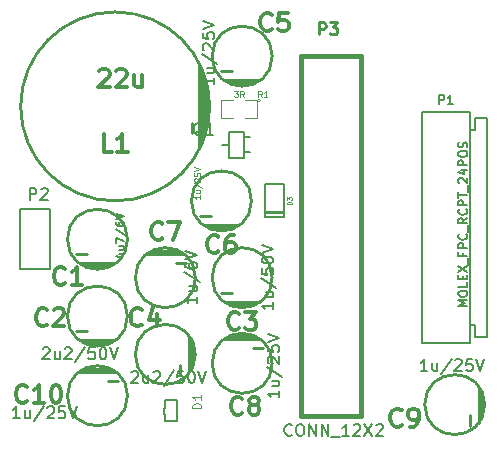
<source format=gto>
G04 (created by PCBNEW (2013-07-07 BZR 4022)-stable) date 16.5.2014 14:16:54*
%MOIN*%
G04 Gerber Fmt 3.4, Leading zero omitted, Abs format*
%FSLAX34Y34*%
G01*
G70*
G90*
G04 APERTURE LIST*
%ADD10C,0.00590551*%
%ADD11C,0.005*%
%ADD12C,0.006*%
%ADD13C,0.015*%
%ADD14C,0.0039*%
%ADD15C,0.01*%
%ADD16C,0.00787402*%
%ADD17C,0.0108*%
%ADD18C,0.0043*%
%ADD19C,0.012*%
%ADD20C,0.00492126*%
%ADD21C,0.00688976*%
%ADD22C,0.00393701*%
G04 APERTURE END LIST*
G54D10*
G54D11*
X33166Y-28938D02*
X33166Y-29188D01*
X33166Y-29188D02*
X33566Y-29188D01*
X33566Y-28488D02*
X33166Y-28488D01*
X33166Y-28488D02*
X33166Y-28738D01*
X33116Y-28938D02*
X33166Y-28938D01*
X33166Y-28738D02*
X33116Y-28738D01*
X33566Y-29188D02*
X33566Y-28488D01*
X33116Y-28738D02*
X33116Y-28938D01*
X35276Y-19980D02*
X35056Y-19980D01*
X35786Y-19725D02*
X36006Y-19725D01*
X35786Y-20235D02*
X36006Y-20235D01*
X35276Y-20415D02*
X35276Y-19545D01*
X35276Y-19545D02*
X35786Y-19545D01*
X35786Y-19545D02*
X35786Y-20415D01*
X35786Y-20415D02*
X35276Y-20415D01*
G54D12*
X29338Y-24129D02*
X28338Y-24129D01*
X28338Y-24129D02*
X28338Y-22129D01*
X28338Y-22129D02*
X29338Y-22129D01*
X29338Y-22129D02*
X29338Y-24129D01*
G54D13*
X39681Y-17031D02*
X37681Y-17031D01*
X37681Y-17031D02*
X37681Y-29031D01*
X37681Y-29031D02*
X39681Y-29031D01*
X39681Y-29031D02*
X39681Y-17031D01*
G54D10*
X43307Y-25984D02*
X43503Y-25984D01*
X43503Y-25984D02*
X43503Y-26377D01*
X43503Y-26377D02*
X43897Y-26377D01*
X43897Y-26377D02*
X43897Y-19094D01*
X43897Y-19094D02*
X43700Y-19094D01*
X43700Y-19094D02*
X43503Y-19094D01*
X43503Y-19094D02*
X43503Y-19488D01*
X43503Y-19488D02*
X43307Y-19488D01*
X41732Y-25000D02*
X41732Y-18897D01*
X41732Y-25000D02*
X41732Y-26574D01*
X41732Y-18897D02*
X43307Y-18897D01*
X43307Y-18897D02*
X43307Y-20275D01*
X41732Y-26574D02*
X43307Y-26574D01*
X43307Y-26574D02*
X43307Y-20275D01*
G54D14*
X36329Y-18499D02*
G75*
G03X36329Y-18499I-50J0D01*
G74*
G01*
X35829Y-18499D02*
X36229Y-18499D01*
X36229Y-18499D02*
X36229Y-19099D01*
X36229Y-19099D02*
X35829Y-19099D01*
X35429Y-19099D02*
X35029Y-19099D01*
X35029Y-19099D02*
X35029Y-18499D01*
X35029Y-18499D02*
X35429Y-18499D01*
G54D15*
X35378Y-17527D02*
X35028Y-17527D01*
X35328Y-17927D02*
X36128Y-17927D01*
X36128Y-17927D02*
X36128Y-17877D01*
X36128Y-17877D02*
X35328Y-17877D01*
X36328Y-17827D02*
X35128Y-17827D01*
X36728Y-17027D02*
G75*
G03X36728Y-17027I-1000J0D01*
G74*
G01*
X34689Y-22350D02*
X34339Y-22350D01*
X34639Y-22750D02*
X35439Y-22750D01*
X35439Y-22750D02*
X35439Y-22700D01*
X35439Y-22700D02*
X34639Y-22700D01*
X35639Y-22650D02*
X34439Y-22650D01*
X36039Y-21850D02*
G75*
G03X36039Y-21850I-1000J0D01*
G74*
G01*
X33519Y-23909D02*
X33869Y-23909D01*
X33569Y-23509D02*
X32769Y-23509D01*
X32769Y-23509D02*
X32769Y-23559D01*
X32769Y-23559D02*
X33569Y-23559D01*
X32569Y-23609D02*
X33769Y-23609D01*
X34169Y-24409D02*
G75*
G03X34169Y-24409I-1000J0D01*
G74*
G01*
X36078Y-26763D02*
X36428Y-26763D01*
X36128Y-26363D02*
X35328Y-26363D01*
X35328Y-26363D02*
X35328Y-26413D01*
X35328Y-26413D02*
X36128Y-26413D01*
X35128Y-26463D02*
X36328Y-26463D01*
X36728Y-27263D02*
G75*
G03X36728Y-27263I-1000J0D01*
G74*
G01*
X43314Y-28991D02*
X43314Y-29341D01*
X43714Y-29041D02*
X43714Y-28241D01*
X43714Y-28241D02*
X43664Y-28241D01*
X43664Y-28241D02*
X43664Y-29041D01*
X43614Y-28041D02*
X43614Y-29241D01*
X43814Y-28641D02*
G75*
G03X43814Y-28641I-1000J0D01*
G74*
G01*
X31255Y-27846D02*
X31605Y-27846D01*
X31305Y-27446D02*
X30505Y-27446D01*
X30505Y-27446D02*
X30505Y-27496D01*
X30505Y-27496D02*
X31305Y-27496D01*
X30305Y-27546D02*
X31505Y-27546D01*
X31905Y-28346D02*
G75*
G03X31905Y-28346I-1000J0D01*
G74*
G01*
X30555Y-23629D02*
X30205Y-23629D01*
X30505Y-24029D02*
X31305Y-24029D01*
X31305Y-24029D02*
X31305Y-23979D01*
X31305Y-23979D02*
X30505Y-23979D01*
X31505Y-23929D02*
X30305Y-23929D01*
X31905Y-23129D02*
G75*
G03X31905Y-23129I-1000J0D01*
G74*
G01*
X30555Y-26188D02*
X30205Y-26188D01*
X30505Y-26588D02*
X31305Y-26588D01*
X31305Y-26588D02*
X31305Y-26538D01*
X31305Y-26538D02*
X30505Y-26538D01*
X31505Y-26488D02*
X30305Y-26488D01*
X31905Y-25688D02*
G75*
G03X31905Y-25688I-1000J0D01*
G74*
G01*
X33669Y-27318D02*
X33669Y-27668D01*
X34069Y-27368D02*
X34069Y-26568D01*
X34069Y-26568D02*
X34019Y-26568D01*
X34019Y-26568D02*
X34019Y-27368D01*
X33969Y-26368D02*
X33969Y-27568D01*
X34169Y-26968D02*
G75*
G03X34169Y-26968I-1000J0D01*
G74*
G01*
X35378Y-24909D02*
X35028Y-24909D01*
X35328Y-25309D02*
X36128Y-25309D01*
X36128Y-25309D02*
X36128Y-25259D01*
X36128Y-25259D02*
X35328Y-25259D01*
X36328Y-25209D02*
X35128Y-25209D01*
X36728Y-24409D02*
G75*
G03X36728Y-24409I-1000J0D01*
G74*
G01*
X34296Y-17350D02*
X34546Y-18200D01*
X34296Y-20000D02*
X34446Y-19550D01*
X34646Y-18700D02*
G75*
G03X34646Y-18700I-3150J0D01*
G74*
G01*
X34446Y-17900D02*
X34446Y-19500D01*
X34346Y-19850D02*
X34346Y-17600D01*
X34346Y-17600D02*
X34346Y-17950D01*
X34596Y-19250D02*
X34596Y-18200D01*
X34496Y-17850D02*
X34496Y-19550D01*
X34396Y-19800D02*
X34396Y-17600D01*
X34396Y-17600D02*
X34396Y-17650D01*
X34296Y-20100D02*
X34296Y-17300D01*
X34046Y-19250D02*
X34046Y-19600D01*
G54D11*
X36496Y-22204D02*
X37126Y-22204D01*
X37126Y-22244D02*
X36496Y-22244D01*
X37126Y-21299D02*
X37126Y-22401D01*
X37126Y-22401D02*
X36496Y-22401D01*
X36496Y-22401D02*
X36496Y-21299D01*
X36496Y-21299D02*
X37126Y-21299D01*
G54D14*
X34373Y-28764D02*
X34073Y-28764D01*
X34073Y-28693D01*
X34087Y-28650D01*
X34116Y-28621D01*
X34144Y-28607D01*
X34201Y-28593D01*
X34244Y-28593D01*
X34301Y-28607D01*
X34330Y-28621D01*
X34359Y-28650D01*
X34373Y-28693D01*
X34373Y-28764D01*
X34373Y-28307D02*
X34373Y-28479D01*
X34373Y-28393D02*
X34073Y-28393D01*
X34116Y-28421D01*
X34144Y-28450D01*
X34159Y-28479D01*
G54D16*
X34411Y-19685D02*
X34373Y-19666D01*
X34336Y-19628D01*
X34280Y-19572D01*
X34242Y-19553D01*
X34205Y-19553D01*
X34223Y-19647D02*
X34186Y-19628D01*
X34148Y-19591D01*
X34130Y-19516D01*
X34130Y-19385D01*
X34148Y-19310D01*
X34186Y-19272D01*
X34223Y-19253D01*
X34298Y-19253D01*
X34336Y-19272D01*
X34373Y-19310D01*
X34392Y-19385D01*
X34392Y-19516D01*
X34373Y-19591D01*
X34336Y-19628D01*
X34298Y-19647D01*
X34223Y-19647D01*
X34767Y-19647D02*
X34542Y-19647D01*
X34655Y-19647D02*
X34655Y-19253D01*
X34617Y-19310D01*
X34580Y-19347D01*
X34542Y-19366D01*
X28646Y-21812D02*
X28646Y-21419D01*
X28796Y-21419D01*
X28833Y-21437D01*
X28852Y-21456D01*
X28871Y-21494D01*
X28871Y-21550D01*
X28852Y-21587D01*
X28833Y-21606D01*
X28796Y-21625D01*
X28646Y-21625D01*
X29021Y-21456D02*
X29040Y-21437D01*
X29077Y-21419D01*
X29171Y-21419D01*
X29208Y-21437D01*
X29227Y-21456D01*
X29246Y-21494D01*
X29246Y-21531D01*
X29227Y-21587D01*
X29002Y-21812D01*
X29246Y-21812D01*
G54D15*
X38287Y-16303D02*
X38287Y-15903D01*
X38439Y-15903D01*
X38477Y-15922D01*
X38496Y-15941D01*
X38516Y-15979D01*
X38516Y-16036D01*
X38496Y-16075D01*
X38477Y-16094D01*
X38439Y-16113D01*
X38287Y-16113D01*
X38649Y-15903D02*
X38896Y-15903D01*
X38763Y-16056D01*
X38820Y-16056D01*
X38858Y-16075D01*
X38877Y-16094D01*
X38896Y-16132D01*
X38896Y-16227D01*
X38877Y-16265D01*
X38858Y-16284D01*
X38820Y-16303D01*
X38706Y-16303D01*
X38668Y-16284D01*
X38649Y-16265D01*
G54D17*
G54D16*
X37382Y-29649D02*
X37364Y-29668D01*
X37307Y-29686D01*
X37270Y-29686D01*
X37214Y-29668D01*
X37176Y-29630D01*
X37157Y-29593D01*
X37139Y-29518D01*
X37139Y-29461D01*
X37157Y-29386D01*
X37176Y-29349D01*
X37214Y-29311D01*
X37270Y-29293D01*
X37307Y-29293D01*
X37364Y-29311D01*
X37382Y-29330D01*
X37626Y-29293D02*
X37701Y-29293D01*
X37739Y-29311D01*
X37776Y-29349D01*
X37795Y-29424D01*
X37795Y-29555D01*
X37776Y-29630D01*
X37739Y-29668D01*
X37701Y-29686D01*
X37626Y-29686D01*
X37589Y-29668D01*
X37551Y-29630D01*
X37532Y-29555D01*
X37532Y-29424D01*
X37551Y-29349D01*
X37589Y-29311D01*
X37626Y-29293D01*
X37964Y-29686D02*
X37964Y-29293D01*
X38188Y-29686D01*
X38188Y-29293D01*
X38376Y-29686D02*
X38376Y-29293D01*
X38601Y-29686D01*
X38601Y-29293D01*
X38695Y-29724D02*
X38995Y-29724D01*
X39295Y-29686D02*
X39070Y-29686D01*
X39182Y-29686D02*
X39182Y-29293D01*
X39145Y-29349D01*
X39107Y-29386D01*
X39070Y-29405D01*
X39445Y-29330D02*
X39463Y-29311D01*
X39501Y-29293D01*
X39595Y-29293D01*
X39632Y-29311D01*
X39651Y-29330D01*
X39670Y-29368D01*
X39670Y-29405D01*
X39651Y-29461D01*
X39426Y-29686D01*
X39670Y-29686D01*
X39801Y-29293D02*
X40063Y-29686D01*
X40063Y-29293D02*
X39801Y-29686D01*
X40194Y-29330D02*
X40213Y-29311D01*
X40251Y-29293D01*
X40344Y-29293D01*
X40382Y-29311D01*
X40401Y-29330D01*
X40419Y-29368D01*
X40419Y-29405D01*
X40401Y-29461D01*
X40176Y-29686D01*
X40419Y-29686D01*
G54D12*
X42298Y-18625D02*
X42298Y-18325D01*
X42412Y-18325D01*
X42441Y-18339D01*
X42455Y-18353D01*
X42469Y-18382D01*
X42469Y-18425D01*
X42455Y-18453D01*
X42441Y-18468D01*
X42412Y-18482D01*
X42298Y-18482D01*
X42755Y-18625D02*
X42583Y-18625D01*
X42669Y-18625D02*
X42669Y-18325D01*
X42641Y-18368D01*
X42612Y-18396D01*
X42583Y-18411D01*
X43231Y-25366D02*
X42931Y-25366D01*
X43145Y-25266D01*
X42931Y-25166D01*
X43231Y-25166D01*
X42931Y-24966D02*
X42931Y-24909D01*
X42945Y-24880D01*
X42974Y-24852D01*
X43031Y-24837D01*
X43131Y-24837D01*
X43188Y-24852D01*
X43217Y-24880D01*
X43231Y-24909D01*
X43231Y-24966D01*
X43217Y-24994D01*
X43188Y-25023D01*
X43131Y-25037D01*
X43031Y-25037D01*
X42974Y-25023D01*
X42945Y-24994D01*
X42931Y-24966D01*
X43231Y-24566D02*
X43231Y-24709D01*
X42931Y-24709D01*
X43074Y-24466D02*
X43074Y-24366D01*
X43231Y-24323D02*
X43231Y-24466D01*
X42931Y-24466D01*
X42931Y-24323D01*
X42931Y-24223D02*
X43231Y-24023D01*
X42931Y-24023D02*
X43231Y-24223D01*
X43260Y-23980D02*
X43260Y-23752D01*
X43074Y-23580D02*
X43074Y-23680D01*
X43231Y-23680D02*
X42931Y-23680D01*
X42931Y-23537D01*
X43231Y-23423D02*
X42931Y-23423D01*
X42931Y-23309D01*
X42945Y-23280D01*
X42960Y-23266D01*
X42988Y-23252D01*
X43031Y-23252D01*
X43060Y-23266D01*
X43074Y-23280D01*
X43088Y-23309D01*
X43088Y-23423D01*
X43203Y-22952D02*
X43217Y-22966D01*
X43231Y-23009D01*
X43231Y-23037D01*
X43217Y-23080D01*
X43188Y-23109D01*
X43160Y-23123D01*
X43103Y-23137D01*
X43060Y-23137D01*
X43003Y-23123D01*
X42974Y-23109D01*
X42945Y-23080D01*
X42931Y-23037D01*
X42931Y-23009D01*
X42945Y-22966D01*
X42960Y-22952D01*
X43260Y-22894D02*
X43260Y-22666D01*
X43231Y-22423D02*
X43088Y-22523D01*
X43231Y-22594D02*
X42931Y-22594D01*
X42931Y-22480D01*
X42945Y-22452D01*
X42960Y-22437D01*
X42988Y-22423D01*
X43031Y-22423D01*
X43060Y-22437D01*
X43074Y-22452D01*
X43088Y-22480D01*
X43088Y-22594D01*
X43203Y-22123D02*
X43217Y-22137D01*
X43231Y-22180D01*
X43231Y-22209D01*
X43217Y-22252D01*
X43188Y-22280D01*
X43160Y-22294D01*
X43103Y-22309D01*
X43060Y-22309D01*
X43003Y-22294D01*
X42974Y-22280D01*
X42945Y-22252D01*
X42931Y-22209D01*
X42931Y-22180D01*
X42945Y-22137D01*
X42960Y-22123D01*
X43231Y-21994D02*
X42931Y-21994D01*
X42931Y-21880D01*
X42945Y-21852D01*
X42960Y-21837D01*
X42988Y-21823D01*
X43031Y-21823D01*
X43060Y-21837D01*
X43074Y-21852D01*
X43088Y-21880D01*
X43088Y-21994D01*
X42931Y-21737D02*
X42931Y-21566D01*
X43231Y-21652D02*
X42931Y-21652D01*
X43260Y-21537D02*
X43260Y-21309D01*
X42960Y-21252D02*
X42945Y-21237D01*
X42931Y-21209D01*
X42931Y-21137D01*
X42945Y-21109D01*
X42960Y-21094D01*
X42988Y-21080D01*
X43017Y-21080D01*
X43060Y-21094D01*
X43231Y-21266D01*
X43231Y-21080D01*
X43031Y-20823D02*
X43231Y-20823D01*
X42917Y-20894D02*
X43131Y-20966D01*
X43131Y-20780D01*
X43231Y-20666D02*
X42931Y-20666D01*
X42931Y-20552D01*
X42945Y-20523D01*
X42960Y-20509D01*
X42988Y-20494D01*
X43031Y-20494D01*
X43060Y-20509D01*
X43074Y-20523D01*
X43088Y-20552D01*
X43088Y-20666D01*
X42931Y-20309D02*
X42931Y-20252D01*
X42945Y-20223D01*
X42974Y-20194D01*
X43031Y-20180D01*
X43131Y-20180D01*
X43188Y-20194D01*
X43217Y-20223D01*
X43231Y-20252D01*
X43231Y-20309D01*
X43217Y-20337D01*
X43188Y-20366D01*
X43131Y-20380D01*
X43031Y-20380D01*
X42974Y-20366D01*
X42945Y-20337D01*
X42931Y-20309D01*
X43217Y-20066D02*
X43231Y-20023D01*
X43231Y-19952D01*
X43217Y-19923D01*
X43203Y-19909D01*
X43174Y-19894D01*
X43145Y-19894D01*
X43117Y-19909D01*
X43103Y-19923D01*
X43088Y-19952D01*
X43074Y-20009D01*
X43060Y-20037D01*
X43045Y-20052D01*
X43017Y-20066D01*
X42988Y-20066D01*
X42960Y-20052D01*
X42945Y-20037D01*
X42931Y-20009D01*
X42931Y-19937D01*
X42945Y-19894D01*
G54D18*
X36384Y-18386D02*
X36318Y-18293D01*
X36271Y-18386D02*
X36271Y-18189D01*
X36346Y-18189D01*
X36365Y-18199D01*
X36375Y-18208D01*
X36384Y-18227D01*
X36384Y-18255D01*
X36375Y-18274D01*
X36365Y-18283D01*
X36346Y-18293D01*
X36271Y-18293D01*
X36572Y-18386D02*
X36459Y-18386D01*
X36515Y-18386D02*
X36515Y-18189D01*
X36497Y-18217D01*
X36478Y-18236D01*
X36459Y-18246D01*
X35465Y-18189D02*
X35587Y-18189D01*
X35522Y-18264D01*
X35550Y-18264D01*
X35568Y-18274D01*
X35578Y-18283D01*
X35587Y-18302D01*
X35587Y-18349D01*
X35578Y-18368D01*
X35568Y-18377D01*
X35550Y-18386D01*
X35493Y-18386D01*
X35475Y-18377D01*
X35465Y-18368D01*
X35784Y-18386D02*
X35719Y-18293D01*
X35672Y-18386D02*
X35672Y-18189D01*
X35747Y-18189D01*
X35765Y-18199D01*
X35775Y-18208D01*
X35784Y-18227D01*
X35784Y-18255D01*
X35775Y-18274D01*
X35765Y-18283D01*
X35747Y-18293D01*
X35672Y-18293D01*
G54D19*
X36711Y-16130D02*
X36682Y-16159D01*
X36596Y-16187D01*
X36539Y-16187D01*
X36453Y-16159D01*
X36396Y-16102D01*
X36368Y-16044D01*
X36339Y-15930D01*
X36339Y-15844D01*
X36368Y-15730D01*
X36396Y-15673D01*
X36453Y-15616D01*
X36539Y-15587D01*
X36596Y-15587D01*
X36682Y-15616D01*
X36711Y-15644D01*
X37253Y-15587D02*
X36968Y-15587D01*
X36939Y-15873D01*
X36968Y-15844D01*
X37025Y-15816D01*
X37168Y-15816D01*
X37225Y-15844D01*
X37253Y-15873D01*
X37282Y-15930D01*
X37282Y-16073D01*
X37253Y-16130D01*
X37225Y-16159D01*
X37168Y-16187D01*
X37025Y-16187D01*
X36968Y-16159D01*
X36939Y-16130D01*
G54D16*
X34805Y-17744D02*
X34805Y-17969D01*
X34805Y-17857D02*
X34411Y-17857D01*
X34467Y-17894D01*
X34505Y-17932D01*
X34523Y-17969D01*
X34542Y-17407D02*
X34805Y-17407D01*
X34542Y-17575D02*
X34748Y-17575D01*
X34786Y-17557D01*
X34805Y-17519D01*
X34805Y-17463D01*
X34786Y-17425D01*
X34767Y-17407D01*
X34392Y-16938D02*
X34898Y-17275D01*
X34448Y-16826D02*
X34430Y-16807D01*
X34411Y-16769D01*
X34411Y-16676D01*
X34430Y-16638D01*
X34448Y-16619D01*
X34486Y-16601D01*
X34523Y-16601D01*
X34580Y-16619D01*
X34805Y-16844D01*
X34805Y-16601D01*
X34411Y-16244D02*
X34411Y-16432D01*
X34598Y-16451D01*
X34580Y-16432D01*
X34561Y-16394D01*
X34561Y-16301D01*
X34580Y-16263D01*
X34598Y-16244D01*
X34636Y-16226D01*
X34730Y-16226D01*
X34767Y-16244D01*
X34786Y-16263D01*
X34805Y-16301D01*
X34805Y-16394D01*
X34786Y-16432D01*
X34767Y-16451D01*
X34411Y-16113D02*
X34805Y-15982D01*
X34411Y-15851D01*
G54D19*
X34939Y-23536D02*
X34910Y-23564D01*
X34825Y-23593D01*
X34767Y-23593D01*
X34682Y-23564D01*
X34625Y-23507D01*
X34596Y-23450D01*
X34567Y-23336D01*
X34567Y-23250D01*
X34596Y-23136D01*
X34625Y-23078D01*
X34682Y-23021D01*
X34767Y-22993D01*
X34825Y-22993D01*
X34910Y-23021D01*
X34939Y-23050D01*
X35453Y-22993D02*
X35339Y-22993D01*
X35282Y-23021D01*
X35253Y-23050D01*
X35196Y-23136D01*
X35167Y-23250D01*
X35167Y-23478D01*
X35196Y-23536D01*
X35225Y-23564D01*
X35282Y-23593D01*
X35396Y-23593D01*
X35453Y-23564D01*
X35482Y-23536D01*
X35510Y-23478D01*
X35510Y-23336D01*
X35482Y-23278D01*
X35453Y-23250D01*
X35396Y-23221D01*
X35282Y-23221D01*
X35225Y-23250D01*
X35196Y-23278D01*
X35167Y-23336D01*
G54D20*
X34331Y-21667D02*
X34331Y-21780D01*
X34331Y-21723D02*
X34134Y-21723D01*
X34162Y-21742D01*
X34181Y-21761D01*
X34191Y-21780D01*
X34200Y-21498D02*
X34331Y-21498D01*
X34200Y-21583D02*
X34303Y-21583D01*
X34322Y-21573D01*
X34331Y-21555D01*
X34331Y-21526D01*
X34322Y-21508D01*
X34312Y-21498D01*
X34125Y-21264D02*
X34378Y-21433D01*
X34153Y-21208D02*
X34144Y-21198D01*
X34134Y-21180D01*
X34134Y-21133D01*
X34144Y-21114D01*
X34153Y-21105D01*
X34172Y-21095D01*
X34191Y-21095D01*
X34219Y-21105D01*
X34331Y-21217D01*
X34331Y-21095D01*
X34134Y-20917D02*
X34134Y-21011D01*
X34228Y-21020D01*
X34219Y-21011D01*
X34209Y-20992D01*
X34209Y-20945D01*
X34219Y-20927D01*
X34228Y-20917D01*
X34247Y-20908D01*
X34294Y-20908D01*
X34312Y-20917D01*
X34322Y-20927D01*
X34331Y-20945D01*
X34331Y-20992D01*
X34322Y-21011D01*
X34312Y-21020D01*
X34134Y-20852D02*
X34331Y-20786D01*
X34134Y-20720D01*
G54D19*
X33069Y-23095D02*
X33040Y-23123D01*
X32955Y-23152D01*
X32897Y-23152D01*
X32812Y-23123D01*
X32755Y-23066D01*
X32726Y-23009D01*
X32697Y-22895D01*
X32697Y-22809D01*
X32726Y-22695D01*
X32755Y-22638D01*
X32812Y-22580D01*
X32897Y-22552D01*
X32955Y-22552D01*
X33040Y-22580D01*
X33069Y-22609D01*
X33269Y-22552D02*
X33669Y-22552D01*
X33412Y-23152D01*
G54D16*
X34214Y-25037D02*
X34214Y-25262D01*
X34214Y-25149D02*
X33820Y-25149D01*
X33877Y-25187D01*
X33914Y-25224D01*
X33933Y-25262D01*
X33952Y-24700D02*
X34214Y-24700D01*
X33952Y-24868D02*
X34158Y-24868D01*
X34195Y-24850D01*
X34214Y-24812D01*
X34214Y-24756D01*
X34195Y-24718D01*
X34176Y-24700D01*
X33802Y-24231D02*
X34308Y-24568D01*
X33820Y-23931D02*
X33820Y-24006D01*
X33839Y-24043D01*
X33858Y-24062D01*
X33914Y-24100D01*
X33989Y-24118D01*
X34139Y-24118D01*
X34176Y-24100D01*
X34195Y-24081D01*
X34214Y-24043D01*
X34214Y-23968D01*
X34195Y-23931D01*
X34176Y-23912D01*
X34139Y-23893D01*
X34045Y-23893D01*
X34008Y-23912D01*
X33989Y-23931D01*
X33970Y-23968D01*
X33970Y-24043D01*
X33989Y-24081D01*
X34008Y-24100D01*
X34045Y-24118D01*
X33820Y-23781D02*
X34214Y-23650D01*
X33820Y-23518D01*
G54D19*
X35726Y-28925D02*
X35698Y-28954D01*
X35612Y-28983D01*
X35555Y-28983D01*
X35469Y-28954D01*
X35412Y-28897D01*
X35383Y-28840D01*
X35355Y-28725D01*
X35355Y-28640D01*
X35383Y-28525D01*
X35412Y-28468D01*
X35469Y-28411D01*
X35555Y-28383D01*
X35612Y-28383D01*
X35698Y-28411D01*
X35726Y-28440D01*
X36069Y-28640D02*
X36012Y-28611D01*
X35983Y-28583D01*
X35955Y-28525D01*
X35955Y-28497D01*
X35983Y-28440D01*
X36012Y-28411D01*
X36069Y-28383D01*
X36183Y-28383D01*
X36241Y-28411D01*
X36269Y-28440D01*
X36298Y-28497D01*
X36298Y-28525D01*
X36269Y-28583D01*
X36241Y-28611D01*
X36183Y-28640D01*
X36069Y-28640D01*
X36012Y-28668D01*
X35983Y-28697D01*
X35955Y-28754D01*
X35955Y-28868D01*
X35983Y-28925D01*
X36012Y-28954D01*
X36069Y-28983D01*
X36183Y-28983D01*
X36241Y-28954D01*
X36269Y-28925D01*
X36298Y-28868D01*
X36298Y-28754D01*
X36269Y-28697D01*
X36241Y-28668D01*
X36183Y-28640D01*
G54D16*
X36970Y-28177D02*
X36970Y-28402D01*
X36970Y-28290D02*
X36576Y-28290D01*
X36632Y-28327D01*
X36670Y-28365D01*
X36689Y-28402D01*
X36707Y-27840D02*
X36970Y-27840D01*
X36707Y-28008D02*
X36914Y-28008D01*
X36951Y-27990D01*
X36970Y-27952D01*
X36970Y-27896D01*
X36951Y-27859D01*
X36932Y-27840D01*
X36557Y-27371D02*
X37064Y-27709D01*
X36614Y-27259D02*
X36595Y-27240D01*
X36576Y-27202D01*
X36576Y-27109D01*
X36595Y-27071D01*
X36614Y-27052D01*
X36651Y-27034D01*
X36689Y-27034D01*
X36745Y-27052D01*
X36970Y-27277D01*
X36970Y-27034D01*
X36576Y-26677D02*
X36576Y-26865D01*
X36764Y-26884D01*
X36745Y-26865D01*
X36726Y-26827D01*
X36726Y-26734D01*
X36745Y-26696D01*
X36764Y-26677D01*
X36801Y-26659D01*
X36895Y-26659D01*
X36932Y-26677D01*
X36951Y-26696D01*
X36970Y-26734D01*
X36970Y-26827D01*
X36951Y-26865D01*
X36932Y-26884D01*
X36576Y-26546D02*
X36970Y-26415D01*
X36576Y-26284D01*
G54D19*
X41041Y-29319D02*
X41013Y-29348D01*
X40927Y-29376D01*
X40870Y-29376D01*
X40784Y-29348D01*
X40727Y-29291D01*
X40698Y-29233D01*
X40670Y-29119D01*
X40670Y-29033D01*
X40698Y-28919D01*
X40727Y-28862D01*
X40784Y-28805D01*
X40870Y-28776D01*
X40927Y-28776D01*
X41013Y-28805D01*
X41041Y-28833D01*
X41327Y-29376D02*
X41441Y-29376D01*
X41498Y-29348D01*
X41527Y-29319D01*
X41584Y-29233D01*
X41613Y-29119D01*
X41613Y-28891D01*
X41584Y-28833D01*
X41556Y-28805D01*
X41498Y-28776D01*
X41384Y-28776D01*
X41327Y-28805D01*
X41298Y-28833D01*
X41270Y-28891D01*
X41270Y-29033D01*
X41298Y-29091D01*
X41327Y-29119D01*
X41384Y-29148D01*
X41498Y-29148D01*
X41556Y-29119D01*
X41584Y-29091D01*
X41613Y-29033D01*
G54D16*
X41901Y-27521D02*
X41676Y-27521D01*
X41788Y-27521D02*
X41788Y-27127D01*
X41751Y-27184D01*
X41713Y-27221D01*
X41676Y-27240D01*
X42238Y-27259D02*
X42238Y-27521D01*
X42069Y-27259D02*
X42069Y-27465D01*
X42088Y-27502D01*
X42125Y-27521D01*
X42182Y-27521D01*
X42219Y-27502D01*
X42238Y-27484D01*
X42707Y-27109D02*
X42369Y-27615D01*
X42819Y-27165D02*
X42838Y-27146D01*
X42875Y-27127D01*
X42969Y-27127D01*
X43007Y-27146D01*
X43025Y-27165D01*
X43044Y-27202D01*
X43044Y-27240D01*
X43025Y-27296D01*
X42800Y-27521D01*
X43044Y-27521D01*
X43400Y-27127D02*
X43213Y-27127D01*
X43194Y-27315D01*
X43213Y-27296D01*
X43250Y-27277D01*
X43344Y-27277D01*
X43382Y-27296D01*
X43400Y-27315D01*
X43419Y-27352D01*
X43419Y-27446D01*
X43400Y-27484D01*
X43382Y-27502D01*
X43344Y-27521D01*
X43250Y-27521D01*
X43213Y-27502D01*
X43194Y-27484D01*
X43532Y-27127D02*
X43663Y-27521D01*
X43794Y-27127D01*
G54D19*
X28551Y-28532D02*
X28522Y-28560D01*
X28437Y-28589D01*
X28379Y-28589D01*
X28294Y-28560D01*
X28237Y-28503D01*
X28208Y-28446D01*
X28179Y-28332D01*
X28179Y-28246D01*
X28208Y-28132D01*
X28237Y-28075D01*
X28294Y-28017D01*
X28379Y-27989D01*
X28437Y-27989D01*
X28522Y-28017D01*
X28551Y-28046D01*
X29122Y-28589D02*
X28779Y-28589D01*
X28951Y-28589D02*
X28951Y-27989D01*
X28894Y-28075D01*
X28837Y-28132D01*
X28779Y-28160D01*
X29494Y-27989D02*
X29551Y-27989D01*
X29608Y-28017D01*
X29637Y-28046D01*
X29665Y-28103D01*
X29694Y-28217D01*
X29694Y-28360D01*
X29665Y-28475D01*
X29637Y-28532D01*
X29608Y-28560D01*
X29551Y-28589D01*
X29494Y-28589D01*
X29437Y-28560D01*
X29408Y-28532D01*
X29379Y-28475D01*
X29351Y-28360D01*
X29351Y-28217D01*
X29379Y-28103D01*
X29408Y-28046D01*
X29437Y-28017D01*
X29494Y-27989D01*
G54D16*
X28318Y-29096D02*
X28093Y-29096D01*
X28205Y-29096D02*
X28205Y-28702D01*
X28168Y-28758D01*
X28130Y-28796D01*
X28093Y-28815D01*
X28655Y-28833D02*
X28655Y-29096D01*
X28487Y-28833D02*
X28487Y-29040D01*
X28505Y-29077D01*
X28543Y-29096D01*
X28599Y-29096D01*
X28637Y-29077D01*
X28655Y-29058D01*
X29124Y-28683D02*
X28787Y-29190D01*
X29236Y-28740D02*
X29255Y-28721D01*
X29293Y-28702D01*
X29386Y-28702D01*
X29424Y-28721D01*
X29443Y-28740D01*
X29461Y-28777D01*
X29461Y-28815D01*
X29443Y-28871D01*
X29218Y-29096D01*
X29461Y-29096D01*
X29818Y-28702D02*
X29630Y-28702D01*
X29611Y-28890D01*
X29630Y-28871D01*
X29668Y-28852D01*
X29761Y-28852D01*
X29799Y-28871D01*
X29818Y-28890D01*
X29836Y-28927D01*
X29836Y-29021D01*
X29818Y-29058D01*
X29799Y-29077D01*
X29761Y-29096D01*
X29668Y-29096D01*
X29630Y-29077D01*
X29611Y-29058D01*
X29949Y-28702D02*
X30080Y-29096D01*
X30211Y-28702D01*
G54D19*
X29821Y-24595D02*
X29792Y-24623D01*
X29706Y-24652D01*
X29649Y-24652D01*
X29564Y-24623D01*
X29506Y-24566D01*
X29478Y-24509D01*
X29449Y-24395D01*
X29449Y-24309D01*
X29478Y-24195D01*
X29506Y-24138D01*
X29564Y-24080D01*
X29649Y-24052D01*
X29706Y-24052D01*
X29792Y-24080D01*
X29821Y-24109D01*
X30392Y-24652D02*
X30049Y-24652D01*
X30221Y-24652D02*
X30221Y-24052D01*
X30164Y-24138D01*
X30106Y-24195D01*
X30049Y-24223D01*
G54D21*
X31620Y-23628D02*
X31804Y-23628D01*
X31515Y-23694D02*
X31712Y-23759D01*
X31712Y-23589D01*
X31620Y-23366D02*
X31804Y-23366D01*
X31620Y-23484D02*
X31765Y-23484D01*
X31791Y-23471D01*
X31804Y-23444D01*
X31804Y-23405D01*
X31791Y-23379D01*
X31778Y-23366D01*
X31528Y-23261D02*
X31528Y-23077D01*
X31804Y-23195D01*
X31515Y-22775D02*
X31870Y-23011D01*
X31528Y-22565D02*
X31528Y-22618D01*
X31541Y-22644D01*
X31555Y-22657D01*
X31594Y-22683D01*
X31646Y-22696D01*
X31751Y-22696D01*
X31778Y-22683D01*
X31791Y-22670D01*
X31804Y-22644D01*
X31804Y-22591D01*
X31791Y-22565D01*
X31778Y-22552D01*
X31751Y-22539D01*
X31686Y-22539D01*
X31660Y-22552D01*
X31646Y-22565D01*
X31633Y-22591D01*
X31633Y-22644D01*
X31646Y-22670D01*
X31660Y-22683D01*
X31686Y-22696D01*
X31528Y-22460D02*
X31804Y-22368D01*
X31528Y-22276D01*
G54D19*
X29230Y-25973D02*
X29202Y-26001D01*
X29116Y-26030D01*
X29059Y-26030D01*
X28973Y-26001D01*
X28916Y-25944D01*
X28887Y-25887D01*
X28859Y-25773D01*
X28859Y-25687D01*
X28887Y-25573D01*
X28916Y-25515D01*
X28973Y-25458D01*
X29059Y-25430D01*
X29116Y-25430D01*
X29202Y-25458D01*
X29230Y-25487D01*
X29459Y-25487D02*
X29487Y-25458D01*
X29544Y-25430D01*
X29687Y-25430D01*
X29744Y-25458D01*
X29773Y-25487D01*
X29802Y-25544D01*
X29802Y-25601D01*
X29773Y-25687D01*
X29430Y-26030D01*
X29802Y-26030D01*
G54D16*
X29086Y-26771D02*
X29105Y-26752D01*
X29143Y-26734D01*
X29236Y-26734D01*
X29274Y-26752D01*
X29293Y-26771D01*
X29311Y-26809D01*
X29311Y-26846D01*
X29293Y-26902D01*
X29068Y-27127D01*
X29311Y-27127D01*
X29649Y-26865D02*
X29649Y-27127D01*
X29480Y-26865D02*
X29480Y-27071D01*
X29499Y-27109D01*
X29536Y-27127D01*
X29593Y-27127D01*
X29630Y-27109D01*
X29649Y-27090D01*
X29818Y-26771D02*
X29836Y-26752D01*
X29874Y-26734D01*
X29968Y-26734D01*
X30005Y-26752D01*
X30024Y-26771D01*
X30043Y-26809D01*
X30043Y-26846D01*
X30024Y-26902D01*
X29799Y-27127D01*
X30043Y-27127D01*
X30493Y-26715D02*
X30155Y-27221D01*
X30811Y-26734D02*
X30624Y-26734D01*
X30605Y-26921D01*
X30624Y-26902D01*
X30661Y-26884D01*
X30755Y-26884D01*
X30793Y-26902D01*
X30811Y-26921D01*
X30830Y-26959D01*
X30830Y-27052D01*
X30811Y-27090D01*
X30793Y-27109D01*
X30755Y-27127D01*
X30661Y-27127D01*
X30624Y-27109D01*
X30605Y-27090D01*
X31074Y-26734D02*
X31111Y-26734D01*
X31149Y-26752D01*
X31167Y-26771D01*
X31186Y-26809D01*
X31205Y-26884D01*
X31205Y-26977D01*
X31186Y-27052D01*
X31167Y-27090D01*
X31149Y-27109D01*
X31111Y-27127D01*
X31074Y-27127D01*
X31036Y-27109D01*
X31017Y-27090D01*
X30999Y-27052D01*
X30980Y-26977D01*
X30980Y-26884D01*
X30999Y-26809D01*
X31017Y-26771D01*
X31036Y-26752D01*
X31074Y-26734D01*
X31317Y-26734D02*
X31449Y-27127D01*
X31580Y-26734D01*
G54D19*
X32380Y-25973D02*
X32351Y-26001D01*
X32266Y-26030D01*
X32208Y-26030D01*
X32123Y-26001D01*
X32066Y-25944D01*
X32037Y-25887D01*
X32008Y-25773D01*
X32008Y-25687D01*
X32037Y-25573D01*
X32066Y-25515D01*
X32123Y-25458D01*
X32208Y-25430D01*
X32266Y-25430D01*
X32351Y-25458D01*
X32380Y-25487D01*
X32894Y-25630D02*
X32894Y-26030D01*
X32751Y-25401D02*
X32608Y-25830D01*
X32980Y-25830D01*
G54D16*
X32039Y-27559D02*
X32058Y-27540D01*
X32095Y-27521D01*
X32189Y-27521D01*
X32227Y-27540D01*
X32245Y-27559D01*
X32264Y-27596D01*
X32264Y-27634D01*
X32245Y-27690D01*
X32020Y-27915D01*
X32264Y-27915D01*
X32602Y-27652D02*
X32602Y-27915D01*
X32433Y-27652D02*
X32433Y-27859D01*
X32452Y-27896D01*
X32489Y-27915D01*
X32545Y-27915D01*
X32583Y-27896D01*
X32602Y-27877D01*
X32770Y-27559D02*
X32789Y-27540D01*
X32827Y-27521D01*
X32920Y-27521D01*
X32958Y-27540D01*
X32977Y-27559D01*
X32995Y-27596D01*
X32995Y-27634D01*
X32977Y-27690D01*
X32752Y-27915D01*
X32995Y-27915D01*
X33445Y-27502D02*
X33108Y-28008D01*
X33764Y-27521D02*
X33577Y-27521D01*
X33558Y-27709D01*
X33577Y-27690D01*
X33614Y-27671D01*
X33708Y-27671D01*
X33745Y-27690D01*
X33764Y-27709D01*
X33783Y-27746D01*
X33783Y-27840D01*
X33764Y-27877D01*
X33745Y-27896D01*
X33708Y-27915D01*
X33614Y-27915D01*
X33577Y-27896D01*
X33558Y-27877D01*
X34026Y-27521D02*
X34064Y-27521D01*
X34101Y-27540D01*
X34120Y-27559D01*
X34139Y-27596D01*
X34158Y-27671D01*
X34158Y-27765D01*
X34139Y-27840D01*
X34120Y-27877D01*
X34101Y-27896D01*
X34064Y-27915D01*
X34026Y-27915D01*
X33989Y-27896D01*
X33970Y-27877D01*
X33952Y-27840D01*
X33933Y-27765D01*
X33933Y-27671D01*
X33952Y-27596D01*
X33970Y-27559D01*
X33989Y-27540D01*
X34026Y-27521D01*
X34270Y-27521D02*
X34401Y-27915D01*
X34533Y-27521D01*
G54D19*
X35628Y-26095D02*
X35599Y-26123D01*
X35514Y-26152D01*
X35456Y-26152D01*
X35371Y-26123D01*
X35314Y-26066D01*
X35285Y-26009D01*
X35256Y-25895D01*
X35256Y-25809D01*
X35285Y-25695D01*
X35314Y-25638D01*
X35371Y-25580D01*
X35456Y-25552D01*
X35514Y-25552D01*
X35599Y-25580D01*
X35628Y-25609D01*
X35828Y-25552D02*
X36199Y-25552D01*
X35999Y-25780D01*
X36085Y-25780D01*
X36142Y-25809D01*
X36171Y-25838D01*
X36199Y-25895D01*
X36199Y-26038D01*
X36171Y-26095D01*
X36142Y-26123D01*
X36085Y-26152D01*
X35914Y-26152D01*
X35856Y-26123D01*
X35828Y-26095D01*
G54D16*
X36773Y-25224D02*
X36773Y-25449D01*
X36773Y-25337D02*
X36379Y-25337D01*
X36436Y-25374D01*
X36473Y-25412D01*
X36492Y-25449D01*
X36511Y-24887D02*
X36773Y-24887D01*
X36511Y-25056D02*
X36717Y-25056D01*
X36754Y-25037D01*
X36773Y-25000D01*
X36773Y-24943D01*
X36754Y-24906D01*
X36736Y-24887D01*
X36361Y-24418D02*
X36867Y-24756D01*
X36379Y-24100D02*
X36379Y-24287D01*
X36567Y-24306D01*
X36548Y-24287D01*
X36529Y-24250D01*
X36529Y-24156D01*
X36548Y-24118D01*
X36567Y-24100D01*
X36604Y-24081D01*
X36698Y-24081D01*
X36736Y-24100D01*
X36754Y-24118D01*
X36773Y-24156D01*
X36773Y-24250D01*
X36754Y-24287D01*
X36736Y-24306D01*
X36379Y-23837D02*
X36379Y-23800D01*
X36398Y-23762D01*
X36417Y-23743D01*
X36454Y-23725D01*
X36529Y-23706D01*
X36623Y-23706D01*
X36698Y-23725D01*
X36736Y-23743D01*
X36754Y-23762D01*
X36773Y-23800D01*
X36773Y-23837D01*
X36754Y-23875D01*
X36736Y-23893D01*
X36698Y-23912D01*
X36623Y-23931D01*
X36529Y-23931D01*
X36454Y-23912D01*
X36417Y-23893D01*
X36398Y-23875D01*
X36379Y-23837D01*
X36379Y-23593D02*
X36773Y-23462D01*
X36379Y-23331D01*
G54D19*
X31396Y-20223D02*
X31110Y-20223D01*
X31110Y-19623D01*
X31910Y-20223D02*
X31567Y-20223D01*
X31738Y-20223D02*
X31738Y-19623D01*
X31681Y-19708D01*
X31624Y-19766D01*
X31567Y-19794D01*
X30964Y-17514D02*
X30992Y-17486D01*
X31050Y-17457D01*
X31192Y-17457D01*
X31250Y-17486D01*
X31278Y-17514D01*
X31307Y-17572D01*
X31307Y-17629D01*
X31278Y-17714D01*
X30935Y-18057D01*
X31307Y-18057D01*
X31535Y-17514D02*
X31564Y-17486D01*
X31621Y-17457D01*
X31764Y-17457D01*
X31821Y-17486D01*
X31850Y-17514D01*
X31878Y-17572D01*
X31878Y-17629D01*
X31850Y-17714D01*
X31507Y-18057D01*
X31878Y-18057D01*
X32392Y-17657D02*
X32392Y-18057D01*
X32135Y-17657D02*
X32135Y-17972D01*
X32164Y-18029D01*
X32221Y-18057D01*
X32307Y-18057D01*
X32364Y-18029D01*
X32392Y-18000D01*
G54D22*
X37386Y-21966D02*
X37229Y-21966D01*
X37229Y-21929D01*
X37236Y-21906D01*
X37251Y-21891D01*
X37266Y-21884D01*
X37296Y-21876D01*
X37319Y-21876D01*
X37349Y-21884D01*
X37364Y-21891D01*
X37379Y-21906D01*
X37386Y-21929D01*
X37386Y-21966D01*
X37229Y-21824D02*
X37229Y-21726D01*
X37289Y-21779D01*
X37289Y-21756D01*
X37296Y-21741D01*
X37304Y-21734D01*
X37319Y-21726D01*
X37356Y-21726D01*
X37371Y-21734D01*
X37379Y-21741D01*
X37386Y-21756D01*
X37386Y-21801D01*
X37379Y-21816D01*
X37371Y-21824D01*
M02*

</source>
